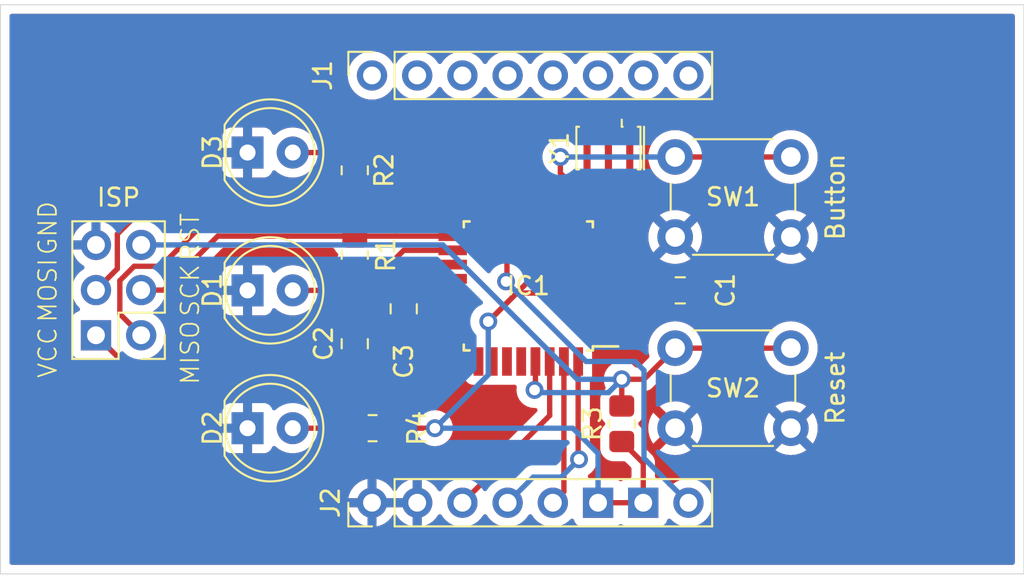
<source format=kicad_pcb>
(kicad_pcb (version 20211014) (generator pcbnew)
  (layers (0 "F.Cu" signal) (31 "B.Cu" signal) (34 "B.Paste" user) (35 "F.Paste" user) (36 "B.SilkS" user "B.Silkscreen") (37 "F.SilkS" user "F.Silkscreen") (38 "B.Mask" user) (39 "F.Mask" user) (44 "Edge.Cuts" user))
  (net 0 "")
  (net 1 "/TXD")
  (net 2 "/RXD")
  (net 3 "/GND")
  (net 4 "/D2")
  (net 5 "/D3")
  (net 6 "/D4")
  (net 7 "/D5")
  (net 8 "/D6")
  (net 9 "/D7")
  (net 10 "/D8")
  (net 11 "/D9")
  (net 12 "/RST")
  (net 13 "/D11")
  (net 14 "/D12")
  (net 15 "/D13")
  (net 16 "Net-(C3-Pad2)")
  (net 17 "Net-(D2-Pad2)")
  (net 18 "/A0")
  (net 19 "/A1")
  (net 20 "/A2")
  (net 21 "/A3")
  (net 22 "/A4")
  (net 23 "/A5")
  (net 24 "/A6")
  (net 25 "/A7")
  (net 26 "/VCC")
  (net 27 "Net-(IC1-Pad7)")
  (net 28 "Net-(IC1-Pad8)")
  (net 29 "/LED")
  (net 30 "/ID_LED")
  (net 31 "/D10")
  (footprint "Resistor_SMD:R_0805_2012Metric_Pad1.20x1.40mm_HandSolder" (layer "F.Cu") (at 139.75 67.25 90)
    (fp_text reference "R1" (at 0 1.75 90) (layer "F.SilkS"))
    (fp_text value "470")
    (fp_line (start -0.227064 -0.735) (end 0.227064 -0.735) (layer "F.SilkS") (width 0.12))
    (fp_line (start -0.227064 0.735) (end 0.227064 0.735) (layer "F.SilkS") (width 0.12))
    (pad "1" smd roundrect (at -1 0 90) (size 1.2 1.4) (layers "F.Cu" "F.Paste" "F.Mask") (roundrect_rratio 0.2083333333) (net 29 "/LED"))
    (pad "2" smd roundrect (at 1 0 90) (size 1.2 1.4) (layers "F.Cu" "F.Paste" "F.Mask") (roundrect_rratio 0.2083333333) (net 15 "/D13"))
  )
  (footprint "LED_THT:LED_D5.0mm" (layer "F.Cu") (at 133.725 61.5)
    (fp_text reference "D3" (at -1.975 0 90) (layer "F.SilkS"))
    (fp_text value "RED")
    (fp_line (start -1.29 -1.545) (end -1.29 1.545) (layer "F.SilkS") (width 0.12))
    (fp_arc (start -1.29 -1.54483) (mid 2.072002 -2.880433) (end 4.26 0.000462) (layer "F.SilkS") (width 0.12))
    (fp_arc (start 4.26 -0.000462) (mid 2.072002 2.880433) (end -1.29 1.54483) (layer "F.SilkS") (width 0.12))
    (fp_circle (center 1.27 0) (end 3.77 0) (layer "F.SilkS") (width 0.12) (fill none))
    (pad "1" thru_hole rect (at 0 0) (size 1.8 1.8) (drill 0.9) (layers *.Cu *.Mask) (net 3 "/GND"))
    (pad "2" thru_hole circle (at 2.54 0) (size 1.8 1.8) (drill 0.9) (layers *.Cu *.Mask) (net 30 "/ID_LED"))
  )
  (footprint "Resistor_SMD:R_0805_2012Metric_Pad1.20x1.40mm_HandSolder" (layer "F.Cu") (at 140.75 77 180)
    (fp_text reference "R4" (at -2.5 0 90) (layer "F.SilkS"))
    (fp_text value "470")
    (fp_line (start -0.227064 -0.735) (end 0.227064 -0.735) (layer "F.SilkS") (width 0.12))
    (fp_line (start -0.227064 0.735) (end 0.227064 0.735) (layer "F.SilkS") (width 0.12))
    (pad "1" smd roundrect (at -1 0 180) (size 1.2 1.4) (layers "F.Cu" "F.Paste" "F.Mask") (roundrect_rratio 0.2083333333) (net 26 "/VCC"))
    (pad "2" smd roundrect (at 1 0 180) (size 1.2 1.4) (layers "F.Cu" "F.Paste" "F.Mask") (roundrect_rratio 0.2083333333) (net 17 "Net-(D2-Pad2)"))
  )
  (footprint "LED_THT:LED_D5.0mm" (layer "F.Cu") (at 133.725 77)
    (fp_text reference "D2" (at -1.975 0 90) (layer "F.SilkS"))
    (fp_text value "GNR")
    (fp_line (start -1.29 -1.545) (end -1.29 1.545) (layer "F.SilkS") (width 0.12))
    (fp_arc (start -1.29 -1.54483) (mid 2.072002 -2.880433) (end 4.26 0.000462) (layer "F.SilkS") (width 0.12))
    (fp_arc (start 4.26 -0.000462) (mid 2.072002 2.880433) (end -1.29 1.54483) (layer "F.SilkS") (width 0.12))
    (fp_circle (center 1.27 0) (end 3.77 0) (layer "F.SilkS") (width 0.12) (fill none))
    (pad "1" thru_hole rect (at 0 0) (size 1.8 1.8) (drill 0.9) (layers *.Cu *.Mask) (net 3 "/GND"))
    (pad "2" thru_hole circle (at 2.54 0) (size 1.8 1.8) (drill 0.9) (layers *.Cu *.Mask) (net 17 "Net-(D2-Pad2)"))
  )
  (footprint "Crystal:Resonator_SMD_Murata_CSTxExxV-3Pin_3.0x1.1mm_HandSoldering" (layer "F.Cu") (at 154 61.25 180)
    (fp_text reference "Y1" (at 2.75 0 90) (layer "F.SilkS"))
    (fp_text value "16Mhz")
    (fp_line (start -1.8 0.8) (end -1.8 1.2) (layer "F.SilkS") (width 0.12))
    (fp_line (start 1.8 -1.2) (end 1.65 -1.2) (layer "F.SilkS") (width 0.12))
    (fp_line (start 1.8 1.2) (end 1.65 1.2) (layer "F.SilkS") (width 0.12))
    (fp_line (start -1.8 -1.2) (end -1.65 -1.2) (layer "F.SilkS") (width 0.12))
    (fp_line (start -2 0.8) (end -2 1.2) (layer "F.SilkS") (width 0.12))
    (fp_line (start -1.8 0.8) (end -1.8 -1.2) (layer "F.SilkS") (width 0.12))
    (fp_line (start -2 -1.2) (end -2 0.8) (layer "F.SilkS") (width 0.12))
    (fp_line (start -0.75 1.2) (end -0.75 1.6) (layer "F.SilkS") (width 0.12))
    (fp_line (start -1.8 1.2) (end -1.65 1.2) (layer "F.SilkS") (width 0.12))
    (fp_line (start -0.75 1.2) (end -0.8 1.2) (layer "F.SilkS") (width 0.12))
    (fp_line (start 1.8 0.8) (end 1.8 1.2) (layer "F.SilkS") (width 0.12))
    (fp_line (start 1.8 -1.2) (end 1.8 0.8) (layer "F.SilkS") (width 0.12))
    (pad "1" smd rect (at -1.2 0 180) (size 0.4 3.2) (layers "F.Cu" "F.Paste" "F.Mask") (net 27 "Net-(IC1-Pad7)"))
    (pad "2" smd rect (at 0 0 180) (size 0.4 3.2) (layers "F.Cu" "F.Paste" "F.Mask") (net 3 "/GND"))
    (pad "3" smd rect (at 1.2 0 180) (size 0.4 3.2) (layers "F.Cu" "F.Paste" "F.Mask") (net 28 "Net-(IC1-Pad8)"))
  )
  (footprint "Button_Switch_THT:SW_PUSH_6mm_H13mm" (layer "F.Cu") (at 157.75 72.5)
    (fp_text reference "SW2" (at 3.25 2.25) (layer "F.SilkS"))
    (fp_text value "Reset" (at 9 2.25 90) (layer "F.SilkS"))
    (fp_line (start 1 5.5) (end 5.5 5.5) (layer "F.SilkS") (width 0.12))
    (fp_line (start 5.5 -1) (end 1 -1) (layer "F.SilkS") (width 0.12))
    (fp_line (start 6.75 3) (end 6.75 1.5) (layer "F.SilkS") (width 0.12))
    (fp_line (start -0.25 1.5) (end -0.25 3) (layer "F.SilkS") (width 0.12))
    (pad "1" thru_hole circle (at 0 0 90) (size 2 2) (drill 1.1) (layers *.Cu *.Mask) (net 12 "/RST"))
    (pad "1" thru_hole circle (at 6.5 0 90) (size 2 2) (drill 1.1) (layers *.Cu *.Mask) (net 12 "/RST"))
    (pad "2" thru_hole circle (at 0 4.5 90) (size 2 2) (drill 1.1) (layers *.Cu *.Mask) (net 3 "/GND"))
    (pad "2" thru_hole circle (at 6.5 4.5 90) (size 2 2) (drill 1.1) (layers *.Cu *.Mask) (net 3 "/GND"))
  )
  (footprint "Connector_PinHeader_2.54mm:PinHeader_1x08_P2.54mm_Vertical" (layer "F.Cu") (at 140.7178 81.1916 90)
    (fp_text reference "J2" (at 0 -2.33 90) (layer "F.SilkS"))
    (fp_text value "RS485_Conn")
    (fp_line (start 1.33 1.27) (end 1.33 19.11) (layer "F.SilkS") (width 0.12))
    (fp_line (start -1.33 -1.33) (end 0 -1.33) (layer "F.SilkS") (width 0.12))
    (fp_line (start -1.33 1.27) (end 1.33 1.27) (layer "F.SilkS") (width 0.12))
    (fp_line (start -1.33 0) (end -1.33 -1.33) (layer "F.SilkS") (width 0.12))
    (fp_line (start -1.33 19.11) (end 1.33 19.11) (layer "F.SilkS") (width 0.12))
    (fp_line (start -1.33 1.27) (end -1.33 19.11) (layer "F.SilkS") (width 0.12))
    (pad "1" thru_hole oval (at 0 0 90) (size 1.7 1.7) (drill 1) (layers *.Cu *.Mask) (net 3 "/GND"))
    (pad "2" thru_hole oval (at 0 2.54 90) (size 1.7 1.7) (drill 1) (layers *.Cu *.Mask) (net 3 "/GND"))
    (pad "3" thru_hole oval (at 0 5.08 90) (size 1.7 1.7) (drill 1) (layers *.Cu *.Mask) (net 2 "/RXD"))
    (pad "4" thru_hole oval (at 0 7.62 90) (size 1.7 1.7) (drill 1) (layers *.Cu *.Mask) (net 4 "/D2"))
    (pad "5" thru_hole oval (at 0 10.16 90) (size 1.7 1.7) (drill 1) (layers *.Cu *.Mask) (net 1 "/TXD"))
    (pad "6" thru_hole rect (at 0 12.7 90) (size 1.7 1.7) (drill 1) (layers *.Cu *.Mask) (net 26 "/VCC"))
    (pad "7" thru_hole rect (at 0 15.24 90) (size 1.7 1.7) (drill 1) (layers *.Cu *.Mask) (net 26 "/VCC"))
    (pad "8" thru_hole oval (at 0 17.78 90) (size 1.7 1.7) (drill 1) (layers *.Cu *.Mask) (net 31 "/D10"))
  )
  (footprint "Capacitor_SMD:C_0805_2012Metric_Pad1.18x1.45mm_HandSolder" (layer "F.Cu") (at 158.0375 69.25)
    (fp_text reference "C1" (at 2.5375 0 90) (layer "F.SilkS"))
    (fp_text value "100nF")
    (fp_line (start -0.261252 0.735) (end 0.261252 0.735) (layer "F.SilkS") (width 0.12))
    (fp_line (start -0.261252 -0.735) (end 0.261252 -0.735) (layer "F.SilkS") (width 0.12))
    (pad "1" smd roundrect (at -1.0375 0) (size 1.175 1.45) (layers "F.Cu" "F.Paste" "F.Mask") (roundrect_rratio 0.2127659574) (net 26 "/VCC"))
    (pad "2" smd roundrect (at 1.0375 0) (size 1.175 1.45) (layers "F.Cu" "F.Paste" "F.Mask") (roundrect_rratio 0.2127659574) (net 3 "/GND"))
  )
  (footprint "Button_Switch_THT:SW_PUSH_6mm_H13mm" (layer "F.Cu") (at 157.75 61.75)
    (fp_text reference "SW1" (at 3.25 2.25) (layer "F.SilkS"))
    (fp_text value "Button" (at 9 2.25 90) (layer "F.SilkS"))
    (fp_line (start 1 5.5) (end 5.5 5.5) (layer "F.SilkS") (width 0.12))
    (fp_line (start 6.75 3) (end 6.75 1.5) (layer "F.SilkS") (width 0.12))
    (fp_line (start 5.5 -1) (end 1 -1) (layer "F.SilkS") (width 0.12))
    (fp_line (start -0.25 1.5) (end -0.25 3) (layer "F.SilkS") (width 0.12))
    (pad "1" thru_hole circle (at 6.5 0 90) (size 2 2) (drill 1.1) (layers *.Cu *.Mask) (net 7 "/D5"))
    (pad "1" thru_hole circle (at 0 0 90) (size 2 2) (drill 1.1) (layers *.Cu *.Mask) (net 7 "/D5"))
    (pad "2" thru_hole circle (at 6.5 4.5 90) (size 2 2) (drill 1.1) (layers *.Cu *.Mask) (net 3 "/GND"))
    (pad "2" thru_hole circle (at 0 4.5 90) (size 2 2) (drill 1.1) (layers *.Cu *.Mask) (net 3 "/GND"))
  )
  (footprint "Capacitor_SMD:C_0805_2012Metric_Pad1.18x1.45mm_HandSolder" (layer "F.Cu") (at 142.5 70.2875 90)
    (fp_text reference "C3" (at -2.9625 0 90) (layer "F.SilkS"))
    (fp_text value "100nF")
    (fp_line (start -0.261252 -0.735) (end 0.261252 -0.735) (layer "F.SilkS") (width 0.12))
    (fp_line (start -0.261252 0.735) (end 0.261252 0.735) (layer "F.SilkS") (width 0.12))
    (pad "1" smd roundrect (at -1.0375 0 90) (size 1.175 1.45) (layers "F.Cu" "F.Paste" "F.Mask") (roundrect_rratio 0.2127659574) (net 3 "/GND"))
    (pad "2" smd roundrect (at 1.0375 0 90) (size 1.175 1.45) (layers "F.Cu" "F.Paste" "F.Mask") (roundrect_rratio 0.2127659574) (net 16 "Net-(C3-Pad2)"))
  )
  (footprint "Capacitor_SMD:C_0805_2012Metric_Pad1.18x1.45mm_HandSolder" (layer "F.Cu") (at 139.75 72.25 -90)
    (fp_text reference "C2" (at 0 1.75 90) (layer "F.SilkS"))
    (fp_text value "100nF")
    (fp_line (start -0.261252 0.735) (end 0.261252 0.735) (layer "F.SilkS") (width 0.12))
    (fp_line (start -0.261252 -0.735) (end 0.261252 -0.735) (layer "F.SilkS") (width 0.12))
    (pad "1" smd roundrect (at -1.0375 0 270) (size 1.175 1.45) (layers "F.Cu" "F.Paste" "F.Mask") (roundrect_rratio 0.2127659574) (net 26 "/VCC"))
    (pad "2" smd roundrect (at 1.0375 0 270) (size 1.175 1.45) (layers "F.Cu" "F.Paste" "F.Mask") (roundrect_rratio 0.2127659574) (net 3 "/GND"))
  )
  (footprint "Connector_PinSocket_2.54mm:PinSocket_1x08_P2.54mm_Vertical" (layer "F.Cu") (at 140.7178 57.1666 90)
    (fp_text reference "J1" (at 0 -2.77 90) (layer "F.SilkS"))
    (fp_text value "Nano_Conn")
    (fp_line (start 0 -1.33) (end 1.33 -1.33) (layer "F.SilkS") (width 0.12))
    (fp_line (start -1.33 1.27) (end 1.33 1.27) (layer "F.SilkS") (width 0.12))
    (fp_line (start 1.33 1.27) (end 1.33 19.11) (layer "F.SilkS") (width 0.12))
    (fp_line (start -1.33 1.27) (end -1.33 19.11) (layer "F.SilkS") (width 0.12))
    (fp_line (start 1.33 -1.33) (end 1.33 0) (layer "F.SilkS") (width 0.12))
    (fp_line (start -1.33 19.11) (end 1.33 19.11) (layer "F.SilkS") (width 0.12))
    (pad "1" thru_hole oval (at 0 0 90) (size 1.7 1.7) (drill 1) (layers *.Cu *.Mask) (net 25 "/A7"))
    (pad "2" thru_hole oval (at 0 2.54 90) (size 1.7 1.7) (drill 1) (layers *.Cu *.Mask) (net 24 "/A6"))
    (pad "3" thru_hole oval (at 0 5.08 90) (size 1.7 1.7) (drill 1) (layers *.Cu *.Mask) (net 23 "/A5"))
    (pad "4" thru_hole oval (at 0 7.62 90) (size 1.7 1.7) (drill 1) (layers *.Cu *.Mask) (net 22 "/A4"))
    (pad "5" thru_hole oval (at 0 10.16 90) (size 1.7 1.7) (drill 1) (layers *.Cu *.Mask) (net 21 "/A3"))
    (pad "6" thru_hole oval (at 0 12.7 90) (size 1.7 1.7) (drill 1) (layers *.Cu *.Mask) (net 20 "/A2"))
    (pad "7" thru_hole oval (at 0 15.24 90) (size 1.7 1.7) (drill 1) (layers *.Cu *.Mask) (net 19 "/A1"))
    (pad "8" thru_hole oval (at 0 17.78 90) (size 1.7 1.7) (drill 1) (layers *.Cu *.Mask) (net 18 "/A0"))
  )
  (footprint "LED_THT:LED_D5.0mm" (layer "F.Cu") (at 133.725 69.25)
    (fp_text reference "D1" (at -1.975 0 90) (layer "F.SilkS"))
    (fp_text value "RED")
    (fp_line (start -1.29 -1.545) (end -1.29 1.545) (layer "F.SilkS") (width 0.12))
    (fp_arc (start 4.26 -0.000462) (mid 2.072002 2.880433) (end -1.29 1.54483) (layer "F.SilkS") (width 0.12))
    (fp_arc (start -1.29 -1.54483) (mid 2.072002 -2.880433) (end 4.26 0.000462) (layer "F.SilkS") (width 0.12))
    (fp_circle (center 1.27 0) (end 3.77 0) (layer "F.SilkS") (width 0.12) (fill none))
    (pad "1" thru_hole rect (at 0 0) (size 1.8 1.8) (drill 0.9) (layers *.Cu *.Mask) (net 3 "/GND"))
    (pad "2" thru_hole circle (at 2.54 0) (size 1.8 1.8) (drill 0.9) (layers *.Cu *.Mask) (net 29 "/LED"))
  )
  (footprint "Connector_PinHeader_2.54mm:PinHeader_2x03_P2.54mm_Vertical" (layer "F.Cu") (at 127.75 71.775 180)
    (fp_text reference "J3" hide)
    (fp_text value "ISP" (at 1.27 7.75) (layer "F.SilkS"))
    (fp_line (start 3.87 -1.33) (end 3.87 6.41) (layer "F.SilkS") (width 0.12))
    (fp_line (start 1.27 1.27) (end 1.27 -1.33) (layer "F.SilkS") (width 0.12))
    (fp_line (start -1.33 1.27) (end -1.33 6.41) (layer "F.SilkS") (width 0.12))
    (fp_line (start -1.33 6.41) (end 3.87 6.41) (layer "F.SilkS") (width 0.12))
    (fp_line (start 1.27 -1.33) (end 3.87 -1.33) (layer "F.SilkS") (width 0.12))
    (fp_line (start -1.33 0) (end -1.33 -1.33) (layer "F.SilkS") (width 0.12))
    (fp_line (start -1.33 -1.33) (end 0 -1.33) (layer "F.SilkS") (width 0.12))
    (fp_line (start -1.33 1.27) (end 1.27 1.27) (layer "F.SilkS") (width 0.12))
    (pad "1" thru_hole oval (at 0 0 180) (size 1.7 1.7) (drill 1) (layers *.Cu *.Mask) (net 14 "/D12"))
    (pad "2" thru_hole rect (at 2.54 0 180) (size 1.7 1.7) (drill 1) (layers *.Cu *.Mask) (net 26 "/VCC"))
    (pad "3" thru_hole oval (at 0 2.54 180) (size 1.7 1.7) (drill 1) (layers *.Cu *.Mask) (net 15 "/D13"))
    (pad "4" thru_hole oval (at 2.54 2.54 180) (size 1.7 1.7) (drill 1) (layers *.Cu *.Mask) (net 13 "/D11"))
    (pad "5" thru_hole oval (at 0 5.08 180) (size 1.7 1.7) (drill 1) (layers *.Cu *.Mask) (net 12 "/RST"))
    (pad "6" thru_hole oval (at 2.54 5.08 180) (size 1.7 1.7) (drill 1) (layers *.Cu *.Mask) (net 3 "/GND"))
  )
  (footprint "Resistor_SMD:R_0805_2012Metric_Pad1.20x1.40mm_HandSolder" (layer "F.Cu") (at 139.75 62.5 -90)
    (fp_text reference "R2" (at 0 -1.65 90) (layer "F.SilkS"))
    (fp_text value "470")
    (fp_line (start -0.227064 -0.735) (end 0.227064 -0.735) (layer "F.SilkS") (width 0.12))
    (fp_line (start -0.227064 0.735) (end 0.227064 0.735) (layer "F.SilkS") (width 0.12))
    (pad "1" smd roundrect (at -1 0 270) (size 1.2 1.4) (layers "F.Cu" "F.Paste" "F.Mask") (roundrect_rratio 0.2083333333) (net 30 "/ID_LED"))
    (pad "2" smd roundrect (at 1 0 270) (size 1.2 1.4) (layers "F.Cu" "F.Paste" "F.Mask") (roundrect_rratio 0.2083333333) (net 14 "/D12"))
  )
  (footprint "Resistor_SMD:R_0805_2012Metric_Pad1.20x1.40mm_HandSolder" (layer "F.Cu") (at 154.75 76.75 90)
    (fp_text reference "R3" (at 0 -1.65 90) (layer "F.SilkS"))
    (fp_text value "10k")
    (fp_line (start -0.227064 -0.735) (end 0.227064 -0.735) (layer "F.SilkS") (width 0.12))
    (fp_line (start -0.227064 0.735) (end 0.227064 0.735) (layer "F.SilkS") (width 0.12))
    (pad "1" smd roundrect (at -1 0 90) (size 1.2 1.4) (layers "F.Cu" "F.Paste" "F.Mask") (roundrect_rratio 0.2083333333) (net 26 "/VCC"))
    (pad "2" smd roundrect (at 1 0 90) (size 1.2 1.4) (layers "F.Cu" "F.Paste" "F.Mask") (roundrect_rratio 0.2083333333) (net 12 "/RST"))
  )
  (footprint "Package_QFP:TQFP-32_7x7mm_P0.8mm" (layer "F.Cu") (at 149.5 69 180)
    (fp_text reference "IC1" (at 0 0) (layer "F.SilkS"))
    (fp_text value "ATmega328P-A")
    (fp_line (start 3.625 3.625) (end 3.3 3.625) (layer "F.SilkS") (width 0.15))
    (fp_line (start -3.625 3.625) (end -3.625 3.3) (layer "F.SilkS") (width 0.15))
    (fp_line (start 3.625 -3.625) (end 3.3 -3.625) (layer "F.SilkS") (width 0.15))
    (fp_line (start -3.625 -3.625) (end -3.3 -3.625) (layer "F.SilkS") (width 0.15))
    (fp_line (start 3.625 -3.625) (end 3.625 -3.3) (layer "F.SilkS") (width 0.15))
    (fp_line (start -3.625 -3.4) (end -5.05 -3.4) (layer "F.SilkS") (width 0.15))
    (fp_line (start -3.625 3.625) (end -3.3 3.625) (layer "F.SilkS") (width 0.15))
    (fp_line (start 3.625 3.625) (end 3.625 3.3) (layer "F.SilkS") (width 0.15))
    (fp_line (start -3.625 -3.625) (end -3.625 -3.4) (layer "F.SilkS") (width 0.15))
    (pad "1" smd rect (at -4.25 -2.8 180) (size 1.6 0.55) (layers "F.Cu" "F.Paste" "F.Mask") (net 5 "/D3"))
    (pad "2" smd rect (at -4.25 -2 180) (size 1.6 0.55) (layers "F.Cu" "F.Paste" "F.Mask") (net 6 "/D4"))
    (pad "3" smd rect (at -4.25 -1.2 180) (size 1.6 0.55) (layers "F.Cu" "F.Paste" "F.Mask") (net 3 "/GND"))
    (pad "4" smd rect (at -4.25 -0.4 180) (size 1.6 0.55) (layers "F.Cu" "F.Paste" "F.Mask") (net 26 "/VCC"))
    (pad "5" smd rect (at -4.25 0.4 180) (size 1.6 0.55) (layers "F.Cu" "F.Paste" "F.Mask") (net 3 "/GND"))
    (pad "6" smd rect (at -4.25 1.2 180) (size 1.6 0.55) (layers "F.Cu" "F.Paste" "F.Mask") (net 26 "/VCC"))
    (pad "7" smd rect (at -4.25 2 180) (size 1.6 0.55) (layers "F.Cu" "F.Paste" "F.Mask") (net 27 "Net-(IC1-Pad7)"))
    (pad "8" smd rect (at -4.25 2.8 180) (size 1.6 0.55) (layers "F.Cu" "F.Paste" "F.Mask") (net 28 "Net-(IC1-Pad8)"))
    (pad "9" smd rect (at -2.8 4.25 270) (size 1.6 0.55) (layers "F.Cu" "F.Paste" "F.Mask") (net 7 "/D5"))
    (pad "10" smd rect (at -2 4.25 270) (size 1.6 0.55) (layers "F.Cu" "F.Paste" "F.Mask") (net 8 "/D6"))
    (pad "11" smd rect (at -1.2 4.25 270) (size 1.6 0.55) (layers "F.Cu" "F.Paste" "F.Mask") (net 9 "/D7"))
    (pad "12" smd rect (at -0.4 4.25 270) (size 1.6 0.55) (layers "F.Cu" "F.Paste" "F.Mask") (net 10 "/D8"))
    (pad "13" smd rect (at 0.4 4.25 270) (size 1.6 0.55) (layers "F.Cu" "F.Paste" "F.Mask") (net 11 "/D9"))
    (pad "14" smd rect (at 1.2 4.25 270) (size 1.6 0.55) (layers "F.Cu" "F.Paste" "F.Mask") (net 31 "/D10"))
    (pad "15" smd rect (at 2 4.25 270) (size 1.6 0.55) (layers "F.Cu" "F.Paste" "F.Mask") (net 13 "/D11"))
    (pad "16" smd rect (at 2.8 4.25 270) (size 1.6 0.55) (layers "F.Cu" "F.Paste" "F.Mask") (net 14 "/D12"))
    (pad "17" smd rect (at 4.25 2.8 180) (size 1.6 0.55) (layers "F.Cu" "F.Paste" "F.Mask") (net 15 "/D13"))
    (pad "18" smd rect (at 4.25 2 180) (size 1.6 0.55) (layers "F.Cu" "F.Paste" "F.Mask") (net 26 "/VCC"))
    (pad "19" smd rect (at 4.25 1.2 180) (size 1.6 0.55) (layers "F.Cu" "F.Paste" "F.Mask") (net 24 "/A6"))
    (pad "20" smd rect (at 4.25 0.4 180) (size 1.6 0.55) (layers "F.Cu" "F.Paste" "F.Mask") (net 16 "Net-(C3-Pad2)"))
    (pad "21" smd rect (at 4.25 -0.4 180) (size 1.6 0.55) (layers "F.Cu" "F.Paste" "F.Mask") (net 3 "/GND"))
    (pad "22" smd rect (at 4.25 -1.2 180) (size 1.6 0.55) (layers "F.Cu" "F.Paste" "F.Mask") (net 25 "/A7"))
    (pad "23" smd rect (at 4.25 -2 180) (size 1.6 0.55) (layers "F.Cu" "F.Paste" "F.Mask") (net 18 "/A0"))
    (pad "24" smd rect (at 4.25 -2.8 180) (size 1.6 0.55) (layers "F.Cu" "F.Paste" "F.Mask") (net 19 "/A1"))
    (pad "25" smd rect (at 2.8 -4.25 270) (size 1.6 0.55) (layers "F.Cu" "F.Paste" "F.Mask") (net 20 "/A2"))
    (pad "26" smd rect (at 2 -4.25 270) (size 1.6 0.55) (layers "F.Cu" "F.Paste" "F.Mask") (net 21 "/A3"))
    (pad "27" smd rect (at 1.2 -4.25 270) (size 1.6 0.55) (layers "F.Cu" "F.Paste" "F.Mask") (net 22 "/A4"))
    (pad "28" smd rect (at 0.4 -4.25 270) (size 1.6 0.55) (layers "F.Cu" "F.Paste" "F.Mask") (net 23 "/A5"))
    (pad "29" smd rect (at -0.4 -4.25 270) (size 1.6 0.55) (layers "F.Cu" "F.Paste" "F.Mask") (net 12 "/RST"))
    (pad "30" smd rect (at -1.2 -4.25 270) (size 1.6 0.55) (layers "F.Cu" "F.Paste" "F.Mask") (net 2 "/RXD"))
    (pad "31" smd rect (at -2 -4.25 270) (size 1.6 0.55) (layers "F.Cu" "F.Paste" "F.Mask") (net 1 "/TXD"))
    (pad "32" smd rect (at -2.8 -4.25 270) (size 1.6 0.55) (layers "F.Cu" "F.Paste" "F.Mask") (net 4 "/D2"))
  )
  (gr_rect (start 119.8428 53.1916) (end 177.3428 85.1916) (layer "Edge.Cuts") (width 0.05) (fill none))
  (gr_text "MOSI" (at 122.5 69.25 90) (layer "F.SilkS") (effects (font (size 1 1) (thickness 0.1))))
  (gr_text "SCK" (at 130.5 69.25 90) (layer "F.SilkS") (effects (font (size 1 1) (thickness 0.1))))
  (gr_text "RST" (at 130.5 66.25 90) (layer "F.SilkS") (effects (font (size 1 1) (thickness 0.1))))
  (gr_text "MISO" (at 130.5 72.75 90) (layer "F.SilkS") (effects (font (size 1 1) (thickness 0.1))))
  (gr_text "VCC" (at 122.5 72.75 90) (layer "F.SilkS") (effects (font (size 1 1) (thickness 0.1))))
  (gr_text "GND" (at 122.5 65.75 90) (layer "F.SilkS") (effects (font (size 1 1) (thickness 0.1))))
  (segment (start 151.5 73.25) (end 151.5 80.5694) (width 0.3) (layer "F.Cu") (net 1))
  (segment (start 151.5 80.5694) (end 150.8778 81.1916) (width 0.3) (layer "F.Cu") (net 1))
  (segment (start 150.7 73.25) (end 150.7 76.2894) (width 0.3) (layer "F.Cu") (net 2))
  (segment (start 150.7 76.2894) (end 145.7978 81.1916) (width 0.3) (layer "F.Cu") (net 2))
  (segment (start 153.75 70.2) (end 155.45 70.2) (width 0.3) (layer "F.Cu") (net 3))
  (segment (start 159 70.75) (end 159.075 70.675) (width 0.3) (layer "F.Cu") (net 3))
  (segment (start 155.45 70.2) (end 156 70.75) (width 0.3) (layer "F.Cu") (net 3))
  (segment (start 159.075 70.675) (end 159.075 69.25) (width 0.3) (layer "F.Cu") (net 3))
  (segment (start 142.5 71.05) (end 142.5 71.325) (width 0.3) (layer "F.Cu") (net 3))
  (segment (start 156 70.75) (end 159 70.75) (width 0.3) (layer "F.Cu") (net 3))
  (segment (start 153.75 68.6) (end 155.4 68.6) (width 0.3) (layer "F.Cu") (net 3))
  (segment (start 155.4 68.6) (end 157.75 66.25) (width 0.3) (layer "F.Cu") (net 3))
  (segment (start 145.25 69.4) (end 144.15 69.4) (width 0.3) (layer "F.Cu") (net 3))
  (segment (start 144.15 69.4) (end 142.5 71.05) (width 0.3) (layer "F.Cu") (net 3))
  (segment (start 152.3495 78.75) (end 152.3 78.7005) (width 0.3) (layer "F.Cu") (net 4))
  (segment (start 152.3 78.7005) (end 152.3 73.25) (width 0.3) (layer "F.Cu") (net 4))
  (via (at 152.3495 78.75) (size 1) (drill 0.6) (layers "F.Cu" "B.Cu") (net 4))
  (segment (start 151.3495 79.75) (end 149.7794 79.75) (width 0.3) (layer "B.Cu") (net 4))
  (segment (start 149.7794 79.75) (end 148.3378 81.1916) (width 0.3) (layer "B.Cu") (net 4))
  (segment (start 152.3495 78.75) (end 151.3495 79.75) (width 0.3) (layer "B.Cu") (net 4))
  (segment (start 164.25 61.75) (end 157.75 61.75) (width 0.3) (layer "F.Cu") (net 7))
  (segment (start 152.3 64.75) (end 152.3 63.65) (width 0.3) (layer "F.Cu") (net 7))
  (segment (start 151.3 62.65) (end 151.3 61.75) (width 0.3) (layer "F.Cu") (net 7))
  (segment (start 152.3 63.65) (end 151.3 62.65) (width 0.3) (layer "F.Cu") (net 7))
  (via (at 151.3 61.75) (size 1) (drill 0.6) (layers "F.Cu" "B.Cu") (net 7))
  (segment (start 151.3 61.75) (end 157.75 61.75) (width 0.3) (layer "B.Cu") (net 7))
  (segment (start 157.75 72.5) (end 164.25 72.5) (width 0.3) (layer "F.Cu") (net 12))
  (segment (start 156 74.25) (end 157.75 72.5) (width 0.3) (layer "F.Cu") (net 12))
  (segment (start 149.9 74.801) (end 149.9 73.25) (width 0.3) (layer "F.Cu") (net 12))
  (segment (start 154.75 74.25) (end 156 74.25) (width 0.3) (layer "F.Cu") (net 12))
  (segment (start 149.8505 74.8505) (end 149.9 74.801) (width 0.3) (layer "F.Cu") (net 12))
  (segment (start 154.75 75.75) (end 154.75 74.25) (width 0.3) (layer "F.Cu") (net 12))
  (via (at 149.8505 74.8505) (size 1) (drill 0.6) (layers "F.Cu" "B.Cu") (net 12))
  (via (at 154.75 74.25) (size 1) (drill 0.6) (layers "F.Cu" "B.Cu") (net 12))
  (segment (start 154 75) (end 154.75 74.25) (width 0.3) (layer "B.Cu") (net 12))
  (segment (start 144.695 66.695) (end 127.75 66.695) (width 0.3) (layer "B.Cu") (net 12))
  (segment (start 149.8505 74.8505) (end 150 75) (width 0.3) (layer "B.Cu") (net 12))
  (segment (start 154.75 74.25) (end 152.25 74.25) (width 0.3) (layer "B.Cu") (net 12))
  (segment (start 150 75) (end 154 75) (width 0.3) (layer "B.Cu") (net 12))
  (segment (start 152.25 74.25) (end 144.695 66.695) (width 0.3) (layer "B.Cu") (net 12))
  (segment (start 127.5 65) (end 136.5 65) (width 0.3) (layer "F.Cu") (net 13))
  (segment (start 126.41 66.09) (end 127.5 65) (width 0.3) (layer "F.Cu") (net 13))
  (segment (start 147.5 63.5) (end 147.5 64.75) (width 0.3) (layer "F.Cu") (net 13))
  (segment (start 146.5 62.5) (end 147.5 63.5) (width 0.3) (layer "F.Cu") (net 13))
  (segment (start 126.41 68.035) (end 126.41 66.09) (width 0.3) (layer "F.Cu") (net 13))
  (segment (start 125.21 69.235) (end 126.41 68.035) (width 0.3) (layer "F.Cu") (net 13))
  (segment (start 139 62.5) (end 146.5 62.5) (width 0.3) (layer "F.Cu") (net 13))
  (segment (start 136.5 65) (end 139 62.5) (width 0.3) (layer "F.Cu") (net 13))
  (segment (start 126.55 68.7) (end 127.355 67.895) (width 0.3) (layer "F.Cu") (net 14))
  (segment (start 146.7 64.75) (end 145.45 63.5) (width 0.3) (layer "F.Cu") (net 14))
  (segment (start 126.55 70.575) (end 126.55 68.7) (width 0.3) (layer "F.Cu") (net 14))
  (segment (start 131.25 65.5) (end 137.75 65.5) (width 0.3) (layer "F.Cu") (net 14))
  (segment (start 128.855 67.895) (end 131.25 65.5) (width 0.3) (layer "F.Cu") (net 14))
  (segment (start 145.45 63.5) (end 139.75 63.5) (width 0.3) (layer "F.Cu") (net 14))
  (segment (start 137.75 65.5) (end 139.75 63.5) (width 0.3) (layer "F.Cu") (net 14))
  (segment (start 127.75 71.775) (end 126.55 70.575) (width 0.3) (layer "F.Cu") (net 14))
  (segment (start 127.355 67.895) (end 128.855 67.895) (width 0.3) (layer "F.Cu") (net 14))
  (segment (start 142.05 66.2) (end 145.25 66.2) (width 0.3) (layer "F.Cu") (net 15))
  (segment (start 127.75 69.235) (end 129.015 69.235) (width 0.3) (layer "F.Cu") (net 15))
  (segment (start 132.05 66.2) (end 142.05 66.2) (width 0.3) (layer "F.Cu") (net 15))
  (segment (start 129.015 69.235) (end 132.05 66.2) (width 0.3) (layer "F.Cu") (net 15))
  (segment (start 145.25 68.6) (end 143.15 68.6) (width 0.3) (layer "F.Cu") (net 16))
  (segment (start 143.15 68.6) (end 142.5 69.25) (width 0.3) (layer "F.Cu") (net 16))
  (segment (start 136.265 77) (end 139.75 77) (width 0.3) (layer "F.Cu") (net 17))
  (segment (start 148.85 69.4) (end 147.25 71) (width 0.3) (layer "F.Cu") (net 26))
  (segment (start 150.45 67.8) (end 153.75 67.8) (width 0.3) (layer "F.Cu") (net 26))
  (segment (start 156.85 69.4) (end 157 69.25) (width 0.3) (layer "F.Cu") (net 26))
  (segment (start 141.125 69.8375) (end 139.75 71.2125) (width 0.3) (layer "F.Cu") (net 26))
  (segment (start 147.25 71) (end 150.45 67.8) (width 0.3) (layer "F.Cu") (net 26))
  (segment (start 125.21 71.775) (end 128.435 75) (width 0.3) (layer "F.Cu") (net 26))
  (segment (start 141.125 76.375) (end 141.75 77) (width 0.3) (layer "F.Cu") (net 26))
  (segment (start 153.75 69.4) (end 148.85 69.4) (width 0.3) (layer "F.Cu") (net 26))
  (segment (start 155.9578 78.9578) (end 155.9578 81.1916) (width 0.3) (layer "F.Cu") (net 26))
  (segment (start 153.75 69.4) (end 156.85 69.4) (width 0.3) (layer "F.Cu") (net 26))
  (segment (start 139.75 71.2125) (end 141.75 73.2125) (width 0.3) (layer "F.Cu") (net 26))
  (segment (start 153.4178 81.1916) (end 155.9578 81.1916) (width 0.3) (layer "F.Cu") (net 26))
  (segment (start 139.75 75) (end 141.125 76.375) (width 0.3) (layer "F.Cu") (net 26))
  (segment (start 145.25 67) (end 142.5 67) (width 0.3) (layer "F.Cu") (net 26))
  (segment (start 141.75 73.2125) (end 141.75 77) (width 0.3) (layer "F.Cu") (net 26))
  (segment (start 141.125 68.375) (end 141.125 69.8375) (width 0.3) (layer "F.Cu") (net 26))
  (segment (start 141.75 77) (end 144.25 77) (width 0.3) (layer "F.Cu") (net 26))
  (segment (start 128.435 75) (end 139.75 75) (width 0.3) (layer "F.Cu") (net 26))
  (segment (start 142.5 67) (end 141.125 68.375) (width 0.3) (layer "F.Cu") (net 26))
  (segment (start 154.75 77.75) (end 155.9578 78.9578) (width 0.3) (layer "F.Cu") (net 26))
  (via (at 144.25 77) (size 1) (drill 0.6) (layers "F.Cu" "B.Cu") (net 26))
  (via (at 147.25 71) (size 1) (drill 0.6) (layers "F.Cu" "B.Cu") (net 26))
  (segment (start 144.25 77) (end 147.25 74) (width 0.3) (layer "B.Cu") (net 26))
  (segment (start 153.4178 78.4178) (end 152 77) (width 0.3) (layer "B.Cu") (net 26))
  (segment (start 153.4178 81.1916) (end 153.4178 78.4178) (width 0.3) (layer "B.Cu") (net 26))
  (segment (start 147.25 74) (end 147.25 71) (width 0.3) (layer "B.Cu") (net 26))
  (segment (start 152 77) (end 144.25 77) (width 0.3) (layer "B.Cu") (net 26))
  (segment (start 155.2 66.8) (end 155 67) (width 0.3) (layer "F.Cu") (net 27))
  (segment (start 155 67) (end 153.75 67) (width 0.3) (layer "F.Cu") (net 27))
  (segment (start 155.2 61.25) (end 155.2 66.8) (width 0.3) (layer "F.Cu") (net 27))
  (segment (start 152.8 62.8) (end 153.75 63.75) (width 0.3) (layer "F.Cu") (net 28))
  (segment (start 153.75 63.75) (end 153.75 66.2) (width 0.3) (layer "F.Cu") (net 28))
  (segment (start 152.8 61.25) (end 152.8 62.8) (width 0.3) (layer "F.Cu") (net 28))
  (segment (start 138.75 69.25) (end 136.265 69.25) (width 0.3) (layer "F.Cu") (net 29))
  (segment (start 139.75 68.25) (end 138.75 69.25) (width 0.3) (layer "F.Cu") (net 29))
  (segment (start 136.265 61.5) (end 139.75 61.5) (width 0.3) (layer "F.Cu") (net 30))
  (segment (start 148.3 64.75) (end 148.3 68.7) (width 0.3) (layer "F.Cu") (net 31))
  (segment (start 148.3 68.7) (end 148.25 68.75) (width 0.3) (layer "F.Cu") (net 31))
  (via (at 148.25 68.75) (size 1) (drill 0.6) (layers "F.Cu" "B.Cu") (net 31))
  (segment (start 152.75 73.25) (end 155.5 73.25) (width 0.3) (layer "B.Cu") (net 31))
  (segment (start 156 73.75) (end 156 78.6938) (width 0.3) (layer "B.Cu") (net 31))
  (segment (start 155.5 73.25) (end 156 73.75) (width 0.3) (layer "B.Cu") (net 31))
  (segment (start 156 78.6938) (end 158.4978 81.1916) (width 0.3) (layer "B.Cu") (net 31))
  (segment (start 148.25 68.75) (end 152.75 73.25) (width 0.3) (layer "B.Cu") (net 31))
  (zone (net 3) (net_name "/GND") (layers F&B.Cu) (connect_pads (clearance 0.508)) (min_thickness 0.254) (fill yes (thermal_gap 0.508) (thermal_bridge_width 0.508))
    (polygon (pts (xy 177.3428 85.1916) (xy 119.8428 85.1916) (xy 119.8428 53.1916) (xy 177.3428 53.1916)))
  )
)
</source>
